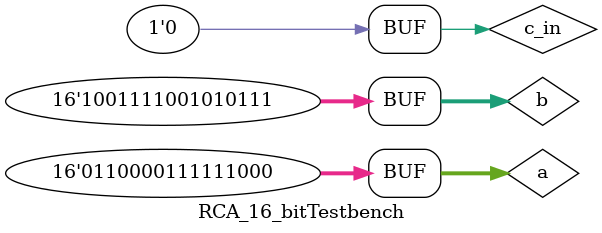
<source format=v>
`timescale 1ns / 1ps

module RCA_16_bitTestbench;

    reg [15:0] a;
    reg [15:0] b;
    reg c_in;

    wire [15:0] s;
    wire c_out;

    RCA_16_bit uut(
        .a(a),
        .b(b),
        .c_in(c_in),
        .c_out(c_out),
        .s(s)
    );

    initial begin
        $monitor ("a = %d, b = %d, c_in = %d, c_out = %d, s = %d", a, b, c_in, c_out, s);
        a = 16'd1076; b = 16'd13875; c_in = 1;
		#100;
		a = 16'd31245; b = 16'd7785; c_in = 0;
		#100;
		a = 16'd25000; b = 16'd25600; c_in = 1;
		#100;
		a = 16'd25001; b = 16'd40535; c_in = 1;
		#100;
		a = 16'd25080; b = 16'd40535; c_in = 0;
    end
endmodule
</source>
